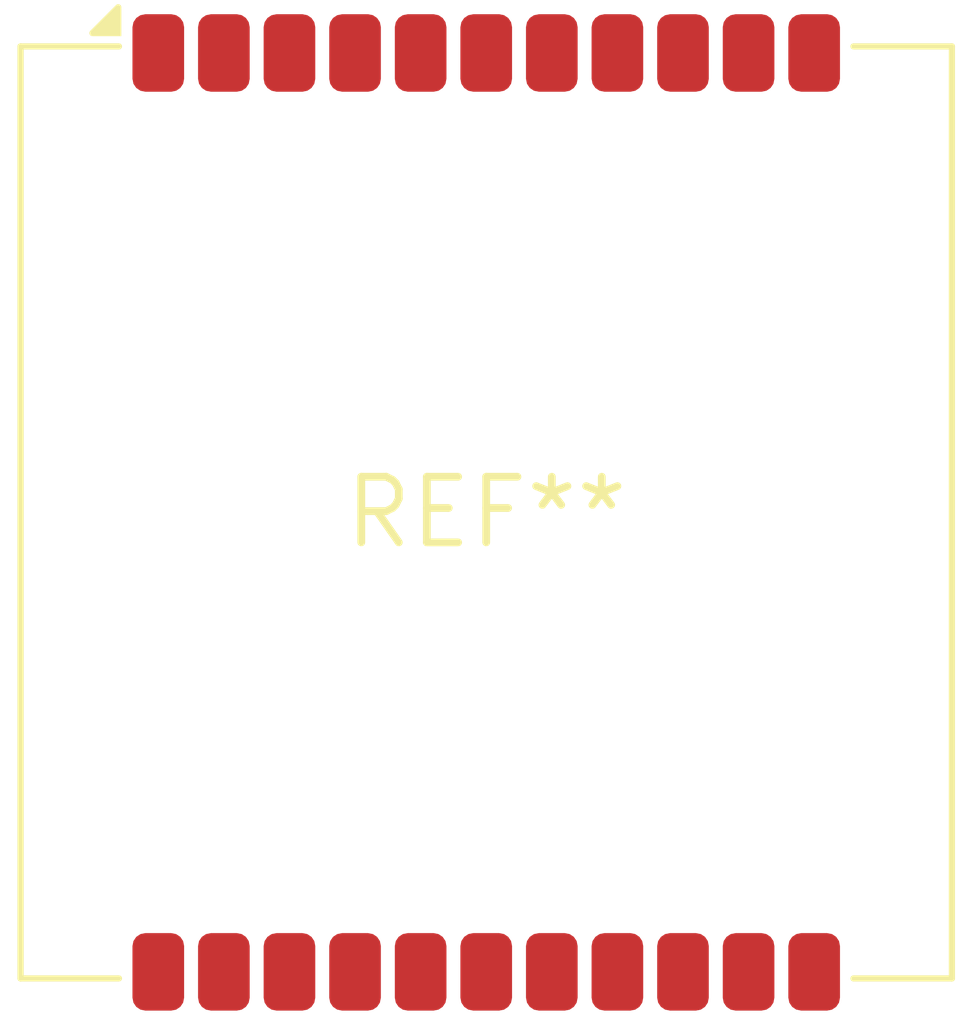
<source format=kicad_pcb>
(kicad_pcb (version 20240108) (generator pcbnew)
  (layers (0 "F.Cu" signal) (31 "B.Cu" signal) (34 "B.Paste" user) (35 "F.Paste" user) (36 "B.SilkS" user "B.Silkscreen") (37 "F.SilkS" user "F.Silkscreen") (38 "B.Mask" user) (39 "F.Mask" user) (44 "Edge.Cuts" user))
  (net 0 "")
  (footprint "Heltec_HT-CT62" (layer "F.Cu") (at 0 0)
    (property "Reference" "REF**")
    (property "Value" "Heltec_HT-CT62")
    (fp_line (start -9.017 -9.017) (end -9.017 9.017) (layer "F.SilkS") (stroke (width 0.12)))
    (fp_line (start -9.017 9.017) (end -7.112 9.017) (layer "F.SilkS") (stroke (width 0.12)))
    (fp_line (start -7.112 -9.017) (end -9.017 -9.017) (layer "F.SilkS") (stroke (width 0.12)))
    (fp_line (start 7.112 -9.017) (end 9.017 -9.017) (layer "F.SilkS") (stroke (width 0.12)))
    (fp_line (start 9.017 -9.017) (end 9.017 9.017) (layer "F.SilkS") (stroke (width 0.12)))
    (fp_line (start 9.017 9.017) (end 7.112 9.017) (layer "F.SilkS") (stroke (width 0.12)))
    (fp_poly (pts (xy -7.125 -9.275) (xy -7.625 -9.275) (xy -7.125 -9.775) (xy -7.125 -9.275)) (layer "F.SilkS") (stroke (width 0.12)) (fill solid))
    (pad "1" smd roundrect (at -6.35 -8.89) (size 1 1.5) (layers "F.Cu" "F.Paste" "F.Mask"))
    (pad "2" smd roundrect (at -5.08 -8.89) (size 1 1.5) (layers "F.Cu" "F.Paste" "F.Mask"))
    (pad "3" smd roundrect (at -3.81 -8.89) (size 1 1.5) (layers "F.Cu" "F.Paste" "F.Mask"))
    (pad "4" smd roundrect (at -2.54 -8.89) (size 1 1.5) (layers "F.Cu" "F.Paste" "F.Mask"))
    (pad "5" smd roundrect (at -1.27 -8.89) (size 1 1.5) (layers "F.Cu" "F.Paste" "F.Mask"))
    (pad "6" smd roundrect (at 0 -8.89) (size 1 1.5) (layers "F.Cu" "F.Paste" "F.Mask"))
    (pad "7" smd roundrect (at 1.27 -8.89) (size 1 1.5) (layers "F.Cu" "F.Paste" "F.Mask"))
    (pad "8" smd roundrect (at 2.54 -8.89) (size 1 1.5) (layers "F.Cu" "F.Paste" "F.Mask"))
    (pad "9" smd roundrect (at 3.81 -8.89) (size 1 1.5) (layers "F.Cu" "F.Paste" "F.Mask"))
    (pad "10" smd roundrect (at 5.08 -8.89) (size 1 1.5) (layers "F.Cu" "F.Paste" "F.Mask"))
    (pad "11" smd roundrect (at 6.35 -8.89) (size 1 1.5) (layers "F.Cu" "F.Paste" "F.Mask"))
    (pad "12" smd roundrect (at -6.35 8.89) (size 1 1.5) (layers "F.Cu" "F.Paste" "F.Mask"))
    (pad "13" smd roundrect (at -5.08 8.89) (size 1 1.5) (layers "F.Cu" "F.Paste" "F.Mask"))
    (pad "14" smd roundrect (at -3.81 8.89) (size 1 1.5) (layers "F.Cu" "F.Paste" "F.Mask"))
    (pad "15" smd roundrect (at -2.54 8.89) (size 1 1.5) (layers "F.Cu" "F.Paste" "F.Mask"))
    (pad "16" smd roundrect (at -1.27 8.89) (size 1 1.5) (layers "F.Cu" "F.Paste" "F.Mask"))
    (pad "17" smd roundrect (at 0 8.89) (size 1 1.5) (layers "F.Cu" "F.Paste" "F.Mask"))
    (pad "18" smd roundrect (at 1.27 8.89) (size 1 1.5) (layers "F.Cu" "F.Paste" "F.Mask"))
    (pad "19" smd roundrect (at 2.54 8.89) (size 1 1.5) (layers "F.Cu" "F.Paste" "F.Mask"))
    (pad "20" smd roundrect (at 3.81 8.89) (size 1 1.5) (layers "F.Cu" "F.Paste" "F.Mask"))
    (pad "21" smd roundrect (at 5.08 8.89) (size 1 1.5) (layers "F.Cu" "F.Paste" "F.Mask"))
    (pad "22" smd roundrect (at 6.35 8.89) (size 1 1.5) (layers "F.Cu" "F.Paste" "F.Mask"))
  )
)
</source>
